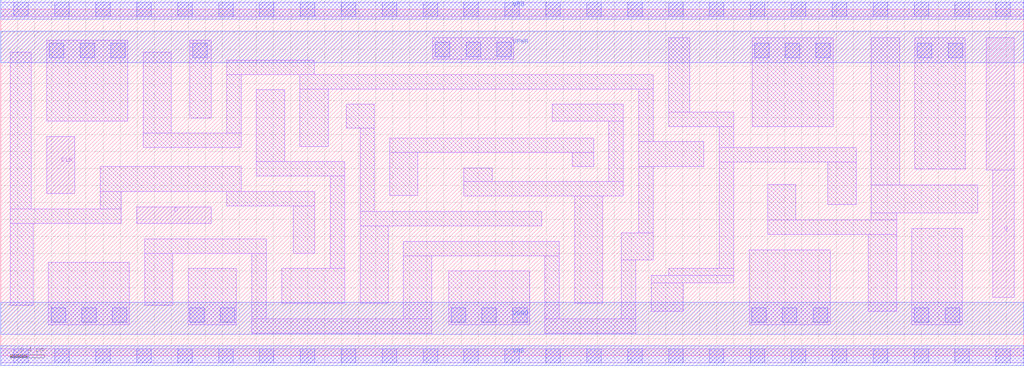
<source format=lef>
# Copyright 2020 The SkyWater PDK Authors
#
# Licensed under the Apache License, Version 2.0 (the "License");
# you may not use this file except in compliance with the License.
# You may obtain a copy of the License at
#
#     https://www.apache.org/licenses/LICENSE-2.0
#
# Unless required by applicable law or agreed to in writing, software
# distributed under the License is distributed on an "AS IS" BASIS,
# WITHOUT WARRANTIES OR CONDITIONS OF ANY KIND, either express or implied.
# See the License for the specific language governing permissions and
# limitations under the License.
#
# SPDX-License-Identifier: Apache-2.0

VERSION 5.5 ;
NAMESCASESENSITIVE ON ;
BUSBITCHARS "[]" ;
DIVIDERCHAR "/" ;
SITE unithvdbl
    SYMMETRY y  ;
    CLASS CORE  ;
    SIZE  0.480 BY 8.140 ;
END unithvdbl
MACRO sky130_fd_sc_hvl__dfxtp_1
  CLASS CORE ;
  SOURCE USER ;
  ORIGIN  0.000000  0.000000 ;
  SIZE 12 BY  4.070000 ;
  SYMMETRY X Y ;
  SITE unithv ;
  PIN D
    ANTENNAGATEAREA  0.420000 ;
    DIRECTION INPUT ;
    USE SIGNAL ;
    PORT
      LAYER li1 ;
        RECT 1.595000 1.555000 2.470000 1.750000 ;
    END
  END D
  PIN Q
    ANTENNADIFFAREA  0.596250 ;
    DIRECTION OUTPUT ;
    USE SIGNAL ;
    PORT
      LAYER li1 ;
        RECT 11.560000 2.185000 11.890000 3.735000 ;
        RECT 11.640000 0.685000 11.890000 2.185000 ;
    END
  END Q
  PIN CLK
    ANTENNAGATEAREA  0.585000 ;
    DIRECTION INPUT ;
    USE CLOCK ;
    PORT
      LAYER li1 ;
        RECT 0.540000 1.905000 0.870000 2.575000 ;
    END
  END CLK
  PIN VGND
    DIRECTION INOUT ;
    USE GROUND ;
    PORT
      LAYER met1 ;
        RECT 0.000000 0.255000 12.000000 0.625000 ;
    END
  END VGND
  PIN VNB
    DIRECTION INOUT ;
    USE GROUND ;
    PORT
      LAYER met1 ;
        RECT 0.000000 -0.115000 12.000000 0.115000 ;
    END
  END VNB
  PIN VPB
    DIRECTION INOUT ;
    USE POWER ;
    PORT
      LAYER met1 ;
        RECT 0.000000 3.955000 12.000000 4.185000 ;
    END
  END VPB
  PIN VPWR
    DIRECTION INOUT ;
    USE POWER ;
    PORT
      LAYER met1 ;
        RECT 0.000000 3.445000 12.000000 3.815000 ;
    END
  END VPWR
  OBS
    LAYER li1 ;
      RECT  0.000000 -0.085000 12.000000 0.085000 ;
      RECT  0.000000  3.985000 12.000000 4.155000 ;
      RECT  0.110000  0.595000  0.380000 1.555000 ;
      RECT  0.110000  1.555000  1.415000 1.725000 ;
      RECT  0.110000  1.725000  0.360000 3.565000 ;
      RECT  0.540000  2.755000  1.490000 3.705000 ;
      RECT  0.560000  0.365000  1.510000 1.095000 ;
      RECT  1.165000  1.725000  1.415000 1.930000 ;
      RECT  1.165000  1.930000  2.820000 2.225000 ;
      RECT  1.670000  2.445000  2.820000 2.615000 ;
      RECT  1.670000  2.615000  2.000000 3.565000 ;
      RECT  1.690000  0.595000  2.020000 1.205000 ;
      RECT  1.690000  1.205000  3.115000 1.375000 ;
      RECT  2.200000  0.365000  2.765000 1.025000 ;
      RECT  2.220000  2.795000  2.470000 3.705000 ;
      RECT  2.650000  1.760000  3.685000 1.930000 ;
      RECT  2.650000  2.615000  2.820000 3.305000 ;
      RECT  2.650000  3.305000  3.680000 3.475000 ;
      RECT  2.945000  0.265000  5.055000 0.435000 ;
      RECT  2.945000  0.435000  3.115000 1.205000 ;
      RECT  3.000000  2.110000  4.035000 2.280000 ;
      RECT  3.000000  2.280000  3.330000 3.125000 ;
      RECT  3.295000  0.615000  4.035000 1.025000 ;
      RECT  3.430000  1.205000  3.685000 1.760000 ;
      RECT  3.510000  2.460000  3.840000 3.135000 ;
      RECT  3.510000  3.135000  7.655000 3.305000 ;
      RECT  3.865000  1.025000  4.035000 2.110000 ;
      RECT  4.055000  2.675000  4.385000 2.955000 ;
      RECT  4.215000  0.615000  4.545000 1.525000 ;
      RECT  4.215000  1.525000  6.345000 1.695000 ;
      RECT  4.215000  1.695000  4.385000 2.675000 ;
      RECT  4.565000  1.885000  4.890000 2.385000 ;
      RECT  4.565000  2.385000  6.955000 2.555000 ;
      RECT  4.725000  0.435000  5.055000 1.175000 ;
      RECT  4.725000  1.175000  6.555000 1.345000 ;
      RECT  5.070000  3.485000  6.020000 3.735000 ;
      RECT  5.255000  0.365000  6.205000 0.995000 ;
      RECT  5.435000  1.875000  7.305000 2.045000 ;
      RECT  5.435000  2.045000  5.765000 2.205000 ;
      RECT  6.385000  0.265000  7.450000 0.435000 ;
      RECT  6.385000  0.435000  6.555000 1.175000 ;
      RECT  6.470000  2.755000  7.305000 2.955000 ;
      RECT  6.705000  2.225000  6.955000 2.385000 ;
      RECT  6.735000  0.615000  7.065000 1.875000 ;
      RECT  7.135000  2.045000  7.305000 2.755000 ;
      RECT  7.280000  0.435000  7.450000 1.125000 ;
      RECT  7.280000  1.125000  7.655000 1.445000 ;
      RECT  7.485000  1.445000  7.655000 2.225000 ;
      RECT  7.485000  2.225000  8.250000 2.515000 ;
      RECT  7.485000  2.515000  7.655000 3.135000 ;
      RECT  7.630000  0.525000  8.005000 0.855000 ;
      RECT  7.630000  0.855000  8.600000 0.945000 ;
      RECT  7.835000  0.945000  8.600000 1.025000 ;
      RECT  7.835000  2.695000  8.600000 2.865000 ;
      RECT  7.835000  2.865000  8.085000 3.735000 ;
      RECT  8.430000  1.025000  8.600000 2.275000 ;
      RECT  8.430000  2.275000 10.035000 2.445000 ;
      RECT  8.430000  2.445000  8.600000 2.695000 ;
      RECT  8.780000  0.365000  9.730000 1.245000 ;
      RECT  8.815000  2.695000  9.765000 3.735000 ;
      RECT  9.000000  1.425000 10.510000 1.595000 ;
      RECT  9.000000  1.595000  9.330000 2.015000 ;
      RECT  9.705000  1.775000 10.035000 2.275000 ;
      RECT 10.180000  0.525000 10.510000 1.425000 ;
      RECT 10.215000  1.595000 10.510000 1.675000 ;
      RECT 10.215000  1.675000 11.460000 2.005000 ;
      RECT 10.215000  2.005000 10.545000 3.735000 ;
      RECT 10.690000  0.365000 11.280000 1.495000 ;
      RECT 10.725000  2.195000 11.315000 3.735000 ;
    LAYER mcon ;
      RECT  0.155000 -0.085000  0.325000 0.085000 ;
      RECT  0.155000 -0.085000  0.325000 0.085000 ;
      RECT  0.155000  3.985000  0.325000 4.155000 ;
      RECT  0.155000  3.985000  0.325000 4.155000 ;
      RECT  0.570000  3.505000  0.740000 3.675000 ;
      RECT  0.590000  0.395000  0.760000 0.565000 ;
      RECT  0.635000 -0.085000  0.805000 0.085000 ;
      RECT  0.635000 -0.085000  0.805000 0.085000 ;
      RECT  0.635000  3.985000  0.805000 4.155000 ;
      RECT  0.635000  3.985000  0.805000 4.155000 ;
      RECT  0.930000  3.505000  1.100000 3.675000 ;
      RECT  0.950000  0.395000  1.120000 0.565000 ;
      RECT  1.115000 -0.085000  1.285000 0.085000 ;
      RECT  1.115000 -0.085000  1.285000 0.085000 ;
      RECT  1.115000  3.985000  1.285000 4.155000 ;
      RECT  1.115000  3.985000  1.285000 4.155000 ;
      RECT  1.290000  3.505000  1.460000 3.675000 ;
      RECT  1.310000  0.395000  1.480000 0.565000 ;
      RECT  1.595000 -0.085000  1.765000 0.085000 ;
      RECT  1.595000 -0.085000  1.765000 0.085000 ;
      RECT  1.595000  3.985000  1.765000 4.155000 ;
      RECT  1.595000  3.985000  1.765000 4.155000 ;
      RECT  2.075000 -0.085000  2.245000 0.085000 ;
      RECT  2.075000 -0.085000  2.245000 0.085000 ;
      RECT  2.075000  3.985000  2.245000 4.155000 ;
      RECT  2.075000  3.985000  2.245000 4.155000 ;
      RECT  2.215000  0.395000  2.385000 0.565000 ;
      RECT  2.250000  3.505000  2.420000 3.675000 ;
      RECT  2.555000 -0.085000  2.725000 0.085000 ;
      RECT  2.555000 -0.085000  2.725000 0.085000 ;
      RECT  2.555000  3.985000  2.725000 4.155000 ;
      RECT  2.555000  3.985000  2.725000 4.155000 ;
      RECT  2.575000  0.395000  2.745000 0.565000 ;
      RECT  3.035000 -0.085000  3.205000 0.085000 ;
      RECT  3.035000 -0.085000  3.205000 0.085000 ;
      RECT  3.035000  3.985000  3.205000 4.155000 ;
      RECT  3.035000  3.985000  3.205000 4.155000 ;
      RECT  3.515000 -0.085000  3.685000 0.085000 ;
      RECT  3.515000 -0.085000  3.685000 0.085000 ;
      RECT  3.515000  3.985000  3.685000 4.155000 ;
      RECT  3.515000  3.985000  3.685000 4.155000 ;
      RECT  3.995000 -0.085000  4.165000 0.085000 ;
      RECT  3.995000 -0.085000  4.165000 0.085000 ;
      RECT  3.995000  3.985000  4.165000 4.155000 ;
      RECT  3.995000  3.985000  4.165000 4.155000 ;
      RECT  4.475000 -0.085000  4.645000 0.085000 ;
      RECT  4.475000 -0.085000  4.645000 0.085000 ;
      RECT  4.475000  3.985000  4.645000 4.155000 ;
      RECT  4.475000  3.985000  4.645000 4.155000 ;
      RECT  4.955000 -0.085000  5.125000 0.085000 ;
      RECT  4.955000 -0.085000  5.125000 0.085000 ;
      RECT  4.955000  3.985000  5.125000 4.155000 ;
      RECT  4.955000  3.985000  5.125000 4.155000 ;
      RECT  5.100000  3.515000  5.270000 3.685000 ;
      RECT  5.285000  0.395000  5.455000 0.565000 ;
      RECT  5.435000 -0.085000  5.605000 0.085000 ;
      RECT  5.435000 -0.085000  5.605000 0.085000 ;
      RECT  5.435000  3.985000  5.605000 4.155000 ;
      RECT  5.435000  3.985000  5.605000 4.155000 ;
      RECT  5.460000  3.515000  5.630000 3.685000 ;
      RECT  5.645000  0.395000  5.815000 0.565000 ;
      RECT  5.820000  3.515000  5.990000 3.685000 ;
      RECT  5.915000 -0.085000  6.085000 0.085000 ;
      RECT  5.915000 -0.085000  6.085000 0.085000 ;
      RECT  5.915000  3.985000  6.085000 4.155000 ;
      RECT  5.915000  3.985000  6.085000 4.155000 ;
      RECT  6.005000  0.395000  6.175000 0.565000 ;
      RECT  6.395000 -0.085000  6.565000 0.085000 ;
      RECT  6.395000 -0.085000  6.565000 0.085000 ;
      RECT  6.395000  3.985000  6.565000 4.155000 ;
      RECT  6.395000  3.985000  6.565000 4.155000 ;
      RECT  6.875000 -0.085000  7.045000 0.085000 ;
      RECT  6.875000 -0.085000  7.045000 0.085000 ;
      RECT  6.875000  3.985000  7.045000 4.155000 ;
      RECT  6.875000  3.985000  7.045000 4.155000 ;
      RECT  7.355000 -0.085000  7.525000 0.085000 ;
      RECT  7.355000 -0.085000  7.525000 0.085000 ;
      RECT  7.355000  3.985000  7.525000 4.155000 ;
      RECT  7.355000  3.985000  7.525000 4.155000 ;
      RECT  7.835000 -0.085000  8.005000 0.085000 ;
      RECT  7.835000 -0.085000  8.005000 0.085000 ;
      RECT  7.835000  3.985000  8.005000 4.155000 ;
      RECT  7.835000  3.985000  8.005000 4.155000 ;
      RECT  8.315000 -0.085000  8.485000 0.085000 ;
      RECT  8.315000 -0.085000  8.485000 0.085000 ;
      RECT  8.315000  3.985000  8.485000 4.155000 ;
      RECT  8.315000  3.985000  8.485000 4.155000 ;
      RECT  8.795000 -0.085000  8.965000 0.085000 ;
      RECT  8.795000 -0.085000  8.965000 0.085000 ;
      RECT  8.795000  3.985000  8.965000 4.155000 ;
      RECT  8.795000  3.985000  8.965000 4.155000 ;
      RECT  8.810000  0.395000  8.980000 0.565000 ;
      RECT  8.845000  3.505000  9.015000 3.675000 ;
      RECT  9.170000  0.395000  9.340000 0.565000 ;
      RECT  9.205000  3.505000  9.375000 3.675000 ;
      RECT  9.275000 -0.085000  9.445000 0.085000 ;
      RECT  9.275000 -0.085000  9.445000 0.085000 ;
      RECT  9.275000  3.985000  9.445000 4.155000 ;
      RECT  9.275000  3.985000  9.445000 4.155000 ;
      RECT  9.530000  0.395000  9.700000 0.565000 ;
      RECT  9.565000  3.505000  9.735000 3.675000 ;
      RECT  9.755000 -0.085000  9.925000 0.085000 ;
      RECT  9.755000 -0.085000  9.925000 0.085000 ;
      RECT  9.755000  3.985000  9.925000 4.155000 ;
      RECT  9.755000  3.985000  9.925000 4.155000 ;
      RECT 10.235000 -0.085000 10.405000 0.085000 ;
      RECT 10.235000 -0.085000 10.405000 0.085000 ;
      RECT 10.235000  3.985000 10.405000 4.155000 ;
      RECT 10.235000  3.985000 10.405000 4.155000 ;
      RECT 10.715000 -0.085000 10.885000 0.085000 ;
      RECT 10.715000 -0.085000 10.885000 0.085000 ;
      RECT 10.715000  3.985000 10.885000 4.155000 ;
      RECT 10.715000  3.985000 10.885000 4.155000 ;
      RECT 10.720000  0.395000 10.890000 0.565000 ;
      RECT 10.755000  3.505000 10.925000 3.675000 ;
      RECT 11.080000  0.395000 11.250000 0.565000 ;
      RECT 11.115000  3.505000 11.285000 3.675000 ;
      RECT 11.195000 -0.085000 11.365000 0.085000 ;
      RECT 11.195000 -0.085000 11.365000 0.085000 ;
      RECT 11.195000  3.985000 11.365000 4.155000 ;
      RECT 11.195000  3.985000 11.365000 4.155000 ;
      RECT 11.675000 -0.085000 11.845000 0.085000 ;
      RECT 11.675000 -0.085000 11.845000 0.085000 ;
      RECT 11.675000  3.985000 11.845000 4.155000 ;
      RECT 11.675000  3.985000 11.845000 4.155000 ;
  END
END sky130_fd_sc_hvl__dfxtp_1
END LIBRARY

</source>
